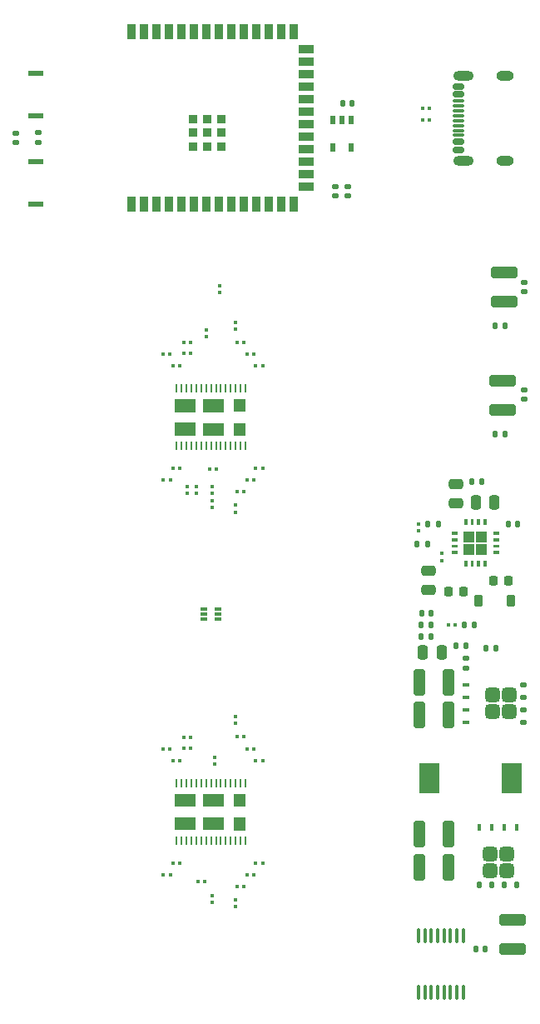
<source format=gbr>
%TF.GenerationSoftware,KiCad,Pcbnew,8.0.4*%
%TF.CreationDate,2024-09-12T18:41:13+02:00*%
%TF.ProjectId,BitForgeNano,42697446-6f72-4676-954e-616e6f2e6b69,rev?*%
%TF.SameCoordinates,Original*%
%TF.FileFunction,Paste,Top*%
%TF.FilePolarity,Positive*%
%FSLAX46Y46*%
G04 Gerber Fmt 4.6, Leading zero omitted, Abs format (unit mm)*
G04 Created by KiCad (PCBNEW 8.0.4) date 2024-09-12 18:41:13*
%MOMM*%
%LPD*%
G01*
G04 APERTURE LIST*
G04 Aperture macros list*
%AMRoundRect*
0 Rectangle with rounded corners*
0 $1 Rounding radius*
0 $2 $3 $4 $5 $6 $7 $8 $9 X,Y pos of 4 corners*
0 Add a 4 corners polygon primitive as box body*
4,1,4,$2,$3,$4,$5,$6,$7,$8,$9,$2,$3,0*
0 Add four circle primitives for the rounded corners*
1,1,$1+$1,$2,$3*
1,1,$1+$1,$4,$5*
1,1,$1+$1,$6,$7*
1,1,$1+$1,$8,$9*
0 Add four rect primitives between the rounded corners*
20,1,$1+$1,$2,$3,$4,$5,0*
20,1,$1+$1,$4,$5,$6,$7,0*
20,1,$1+$1,$6,$7,$8,$9,0*
20,1,$1+$1,$8,$9,$2,$3,0*%
G04 Aperture macros list end*
%ADD10C,0.000000*%
%ADD11C,0.100000*%
%ADD12RoundRect,0.140000X0.170000X-0.140000X0.170000X0.140000X-0.170000X0.140000X-0.170000X-0.140000X0*%
%ADD13RoundRect,0.100000X0.100000X-0.637500X0.100000X0.637500X-0.100000X0.637500X-0.100000X-0.637500X0*%
%ADD14RoundRect,0.079500X-0.079500X-0.100500X0.079500X-0.100500X0.079500X0.100500X-0.079500X0.100500X0*%
%ADD15RoundRect,0.079500X0.079500X0.100500X-0.079500X0.100500X-0.079500X-0.100500X0.079500X-0.100500X0*%
%ADD16RoundRect,0.250000X0.475000X-0.250000X0.475000X0.250000X-0.475000X0.250000X-0.475000X-0.250000X0*%
%ADD17RoundRect,0.250000X-0.250000X-0.475000X0.250000X-0.475000X0.250000X0.475000X-0.250000X0.475000X0*%
%ADD18RoundRect,0.135000X0.135000X0.185000X-0.135000X0.185000X-0.135000X-0.185000X0.135000X-0.185000X0*%
%ADD19RoundRect,0.079500X0.100500X-0.079500X0.100500X0.079500X-0.100500X0.079500X-0.100500X-0.079500X0*%
%ADD20RoundRect,0.150000X0.425000X-0.150000X0.425000X0.150000X-0.425000X0.150000X-0.425000X-0.150000X0*%
%ADD21RoundRect,0.075000X0.500000X-0.075000X0.500000X0.075000X-0.500000X0.075000X-0.500000X-0.075000X0*%
%ADD22O,2.100000X1.000000*%
%ADD23O,1.800000X1.000000*%
%ADD24RoundRect,0.225000X0.225000X0.375000X-0.225000X0.375000X-0.225000X-0.375000X0.225000X-0.375000X0*%
%ADD25RoundRect,0.135000X0.185000X-0.135000X0.185000X0.135000X-0.185000X0.135000X-0.185000X-0.135000X0*%
%ADD26R,1.524000X0.508000*%
%ADD27RoundRect,0.135000X-0.135000X-0.185000X0.135000X-0.185000X0.135000X0.185000X-0.135000X0.185000X0*%
%ADD28RoundRect,0.250000X1.100000X-0.325000X1.100000X0.325000X-1.100000X0.325000X-1.100000X-0.325000X0*%
%ADD29RoundRect,0.250000X0.250000X0.475000X-0.250000X0.475000X-0.250000X-0.475000X0.250000X-0.475000X0*%
%ADD30R,0.558800X0.952500*%
%ADD31RoundRect,0.140000X-0.170000X0.140000X-0.170000X-0.140000X0.170000X-0.140000X0.170000X0.140000X0*%
%ADD32RoundRect,0.250000X-0.325000X-1.100000X0.325000X-1.100000X0.325000X1.100000X-0.325000X1.100000X0*%
%ADD33RoundRect,0.250000X-0.475000X0.250000X-0.475000X-0.250000X0.475000X-0.250000X0.475000X0.250000X0*%
%ADD34RoundRect,0.085000X-0.265000X-0.085000X0.265000X-0.085000X0.265000X0.085000X-0.265000X0.085000X0*%
%ADD35R,0.900000X1.500000*%
%ADD36R,1.500000X0.900000*%
%ADD37R,0.900000X0.900000*%
%ADD38R,2.000000X3.050000*%
%ADD39RoundRect,0.140000X-0.140000X-0.170000X0.140000X-0.170000X0.140000X0.170000X-0.140000X0.170000X0*%
%ADD40RoundRect,0.225000X-0.225000X-0.250000X0.225000X-0.250000X0.225000X0.250000X-0.225000X0.250000X0*%
%ADD41RoundRect,0.250000X-1.100000X0.325000X-1.100000X-0.325000X1.100000X-0.325000X1.100000X0.325000X0*%
%ADD42RoundRect,0.055250X-0.055250X0.340750X-0.055250X-0.340750X0.055250X-0.340750X0.055250X0.340750X0*%
%ADD43RoundRect,0.140000X0.140000X0.170000X-0.140000X0.170000X-0.140000X-0.170000X0.140000X-0.170000X0*%
%ADD44RoundRect,0.375000X-0.375000X-0.375000X0.375000X-0.375000X0.375000X0.375000X-0.375000X0.375000X0*%
%ADD45RoundRect,0.125000X-0.250000X-0.125000X0.250000X-0.125000X0.250000X0.125000X-0.250000X0.125000X0*%
%ADD46RoundRect,0.100000X-0.275000X-0.100000X0.275000X-0.100000X0.275000X0.100000X-0.275000X0.100000X0*%
%ADD47RoundRect,0.375000X-0.375000X0.375000X-0.375000X-0.375000X0.375000X-0.375000X0.375000X0.375000X0*%
%ADD48RoundRect,0.125000X-0.125000X0.250000X-0.125000X-0.250000X0.125000X-0.250000X0.125000X0.250000X0*%
%ADD49RoundRect,0.100000X-0.100000X0.275000X-0.100000X-0.275000X0.100000X-0.275000X0.100000X0.275000X0*%
G04 APERTURE END LIST*
D10*
%TO.C,U1*%
G36*
X92196600Y-98877401D02*
G01*
X91587000Y-98877401D01*
X91587000Y-98572601D01*
X92196600Y-98572601D01*
X92196600Y-98877401D01*
G37*
G36*
X92196600Y-99527399D02*
G01*
X91587000Y-99527399D01*
X91587000Y-99222599D01*
X92196600Y-99222599D01*
X92196600Y-99527399D01*
G37*
G36*
X92196600Y-100177401D02*
G01*
X91587000Y-100177401D01*
X91587000Y-99872601D01*
X92196600Y-99872601D01*
X92196600Y-100177401D01*
G37*
G36*
X92196600Y-100827399D02*
G01*
X91587000Y-100827399D01*
X91587000Y-100522599D01*
X92196600Y-100522599D01*
X92196600Y-100827399D01*
G37*
G36*
X93177401Y-97896600D02*
G01*
X92872601Y-97896600D01*
X92872601Y-97287000D01*
X93177401Y-97287000D01*
X93177401Y-97896600D01*
G37*
G36*
X93177401Y-102113000D02*
G01*
X92872601Y-102113000D01*
X92872601Y-101503400D01*
X93177401Y-101503400D01*
X93177401Y-102113000D01*
G37*
G36*
X93827399Y-97896600D02*
G01*
X93522599Y-97896600D01*
X93522599Y-97287000D01*
X93827399Y-97287000D01*
X93827399Y-97896600D01*
G37*
G36*
X93827399Y-102113000D02*
G01*
X93522599Y-102113000D01*
X93522599Y-101503400D01*
X93827399Y-101503400D01*
X93827399Y-102113000D01*
G37*
G36*
X93900051Y-99600051D02*
G01*
X92807851Y-99600051D01*
X92807851Y-98507851D01*
X93900051Y-98507851D01*
X93900051Y-99600051D01*
G37*
G36*
X93900051Y-100892149D02*
G01*
X92807851Y-100892149D01*
X92807851Y-99799949D01*
X93900051Y-99799949D01*
X93900051Y-100892149D01*
G37*
G36*
X94477401Y-97896600D02*
G01*
X94172601Y-97896600D01*
X94172601Y-97287000D01*
X94477401Y-97287000D01*
X94477401Y-97896600D01*
G37*
G36*
X94477401Y-102113000D02*
G01*
X94172601Y-102113000D01*
X94172601Y-101503400D01*
X94477401Y-101503400D01*
X94477401Y-102113000D01*
G37*
G36*
X95127399Y-97896600D02*
G01*
X94822599Y-97896600D01*
X94822599Y-97287000D01*
X95127399Y-97287000D01*
X95127399Y-97896600D01*
G37*
G36*
X95127399Y-102113000D02*
G01*
X94822599Y-102113000D01*
X94822599Y-101503400D01*
X95127399Y-101503400D01*
X95127399Y-102113000D01*
G37*
G36*
X95192149Y-99600051D02*
G01*
X94099949Y-99600051D01*
X94099949Y-98507851D01*
X95192149Y-98507851D01*
X95192149Y-99600051D01*
G37*
G36*
X95192149Y-100892149D02*
G01*
X94099949Y-100892149D01*
X94099949Y-99799949D01*
X95192149Y-99799949D01*
X95192149Y-100892149D01*
G37*
G36*
X96413000Y-98877401D02*
G01*
X95803400Y-98877401D01*
X95803400Y-98572601D01*
X96413000Y-98572601D01*
X96413000Y-98877401D01*
G37*
G36*
X96413000Y-99527399D02*
G01*
X95803400Y-99527399D01*
X95803400Y-99222599D01*
X96413000Y-99222599D01*
X96413000Y-99527399D01*
G37*
G36*
X96413000Y-100177401D02*
G01*
X95803400Y-100177401D01*
X95803400Y-99872601D01*
X96413000Y-99872601D01*
X96413000Y-100177401D01*
G37*
G36*
X96413000Y-100827399D02*
G01*
X95803400Y-100827399D01*
X95803400Y-100522599D01*
X96413000Y-100522599D01*
X96413000Y-100827399D01*
G37*
%TO.C,U3*%
D11*
X63430000Y-126410000D02*
X65450000Y-126410000D01*
X65450000Y-125210000D01*
X63430000Y-125210000D01*
X63430000Y-126410000D01*
G36*
X63430000Y-126410000D02*
G01*
X65450000Y-126410000D01*
X65450000Y-125210000D01*
X63430000Y-125210000D01*
X63430000Y-126410000D01*
G37*
X63430000Y-128780000D02*
X65450000Y-128780000D01*
X65450000Y-127580000D01*
X63430000Y-127580000D01*
X63430000Y-128780000D01*
G36*
X63430000Y-128780000D02*
G01*
X65450000Y-128780000D01*
X65450000Y-127580000D01*
X63430000Y-127580000D01*
X63430000Y-128780000D01*
G37*
X66275000Y-128800000D02*
X68305000Y-128800000D01*
X68305000Y-127600000D01*
X66275000Y-127600000D01*
X66275000Y-128800000D01*
G36*
X66275000Y-128800000D02*
G01*
X68305000Y-128800000D01*
X68305000Y-127600000D01*
X66275000Y-127600000D01*
X66275000Y-128800000D01*
G37*
X66280000Y-126410000D02*
X68310000Y-126410000D01*
X68310000Y-125210000D01*
X66280000Y-125210000D01*
X66280000Y-126410000D01*
G36*
X66280000Y-126410000D02*
G01*
X68310000Y-126410000D01*
X68310000Y-125210000D01*
X66280000Y-125210000D01*
X66280000Y-126410000D01*
G37*
X69430000Y-126400000D02*
X70550000Y-126400000D01*
X70550000Y-125200000D01*
X69430000Y-125200000D01*
X69430000Y-126400000D01*
G36*
X69430000Y-126400000D02*
G01*
X70550000Y-126400000D01*
X70550000Y-125200000D01*
X69430000Y-125200000D01*
X69430000Y-126400000D01*
G37*
X69440000Y-128810000D02*
X70550000Y-128810000D01*
X70550000Y-127610000D01*
X69440000Y-127610000D01*
X69440000Y-128810000D01*
G36*
X69440000Y-128810000D02*
G01*
X70550000Y-128810000D01*
X70550000Y-127610000D01*
X69440000Y-127610000D01*
X69440000Y-128810000D01*
G37*
%TO.C,U13*%
X63430000Y-86310000D02*
X65450000Y-86310000D01*
X65450000Y-85110000D01*
X63430000Y-85110000D01*
X63430000Y-86310000D01*
G36*
X63430000Y-86310000D02*
G01*
X65450000Y-86310000D01*
X65450000Y-85110000D01*
X63430000Y-85110000D01*
X63430000Y-86310000D01*
G37*
X63430000Y-88680000D02*
X65450000Y-88680000D01*
X65450000Y-87480000D01*
X63430000Y-87480000D01*
X63430000Y-88680000D01*
G36*
X63430000Y-88680000D02*
G01*
X65450000Y-88680000D01*
X65450000Y-87480000D01*
X63430000Y-87480000D01*
X63430000Y-88680000D01*
G37*
X66275000Y-88700000D02*
X68305000Y-88700000D01*
X68305000Y-87500000D01*
X66275000Y-87500000D01*
X66275000Y-88700000D01*
G36*
X66275000Y-88700000D02*
G01*
X68305000Y-88700000D01*
X68305000Y-87500000D01*
X66275000Y-87500000D01*
X66275000Y-88700000D01*
G37*
X66280000Y-86310000D02*
X68310000Y-86310000D01*
X68310000Y-85110000D01*
X66280000Y-85110000D01*
X66280000Y-86310000D01*
G36*
X66280000Y-86310000D02*
G01*
X68310000Y-86310000D01*
X68310000Y-85110000D01*
X66280000Y-85110000D01*
X66280000Y-86310000D01*
G37*
X69430000Y-86300000D02*
X70550000Y-86300000D01*
X70550000Y-85100000D01*
X69430000Y-85100000D01*
X69430000Y-86300000D01*
G36*
X69430000Y-86300000D02*
G01*
X70550000Y-86300000D01*
X70550000Y-85100000D01*
X69430000Y-85100000D01*
X69430000Y-86300000D01*
G37*
X69440000Y-88710000D02*
X70550000Y-88710000D01*
X70550000Y-87510000D01*
X69440000Y-87510000D01*
X69440000Y-88710000D01*
G36*
X69440000Y-88710000D02*
G01*
X70550000Y-88710000D01*
X70550000Y-87510000D01*
X69440000Y-87510000D01*
X69440000Y-88710000D01*
G37*
%TD*%
D12*
%TO.C,C48*%
X81000000Y-63500000D03*
X81000000Y-64460000D03*
%TD*%
D13*
%TO.C,U4*%
X88225000Y-145362500D03*
X88875000Y-145362500D03*
X89525000Y-145362500D03*
X90175000Y-145362500D03*
X90825000Y-145362500D03*
X91475000Y-145362500D03*
X92125000Y-145362500D03*
X92775000Y-145362500D03*
X92775000Y-139637500D03*
X92125000Y-139637500D03*
X91475000Y-139637500D03*
X90825000Y-139637500D03*
X90175000Y-139637500D03*
X89525000Y-139637500D03*
X88875000Y-139637500D03*
X88225000Y-139637500D03*
%TD*%
D14*
%TO.C,R24*%
X64355000Y-79362500D03*
X65045000Y-79362500D03*
%TD*%
D15*
%TO.C,C37*%
X62255000Y-133400000D03*
X62945000Y-133400000D03*
%TD*%
%TO.C,C62*%
X70755000Y-80512500D03*
X71445000Y-80512500D03*
%TD*%
%TO.C,C18*%
X69755000Y-119400000D03*
X70445000Y-119400000D03*
%TD*%
D16*
%TO.C,C6*%
X92020000Y-93750000D03*
X92020000Y-95650000D03*
%TD*%
D17*
%TO.C,C7*%
X95950000Y-95600000D03*
X94050000Y-95600000D03*
%TD*%
D14*
%TO.C,R12*%
X64355000Y-119450000D03*
X65045000Y-119450000D03*
%TD*%
D15*
%TO.C,R13*%
X64355000Y-120550000D03*
X65045000Y-120550000D03*
%TD*%
%TO.C,R38*%
X88655000Y-55500000D03*
X89345000Y-55500000D03*
%TD*%
D18*
%TO.C,R3*%
X89190000Y-97800000D03*
X90210000Y-97800000D03*
%TD*%
D19*
%TO.C,C16*%
X69600000Y-117355000D03*
X69600000Y-118045000D03*
%TD*%
D20*
%TO.C,J5*%
X92255000Y-59725000D03*
X92255000Y-58925000D03*
D21*
X92255000Y-57775000D03*
X92255000Y-56775000D03*
X92255000Y-56275000D03*
X92255000Y-55275000D03*
D20*
X92255000Y-54125000D03*
X92255000Y-53325000D03*
X92255000Y-53325000D03*
X92255000Y-54125000D03*
D21*
X92255000Y-54775000D03*
X92255000Y-55775000D03*
X92255000Y-57275000D03*
X92255000Y-58275000D03*
D20*
X92255000Y-58925000D03*
X92255000Y-59725000D03*
D22*
X92830000Y-60845000D03*
D23*
X97010000Y-60845000D03*
D22*
X92830000Y-52205000D03*
D23*
X97010000Y-52205000D03*
%TD*%
D15*
%TO.C,C27*%
X62235000Y-120600000D03*
X62925000Y-120600000D03*
%TD*%
D24*
%TO.C,D1*%
X97575001Y-105595000D03*
X94275001Y-105595000D03*
%TD*%
D15*
%TO.C,C71*%
X62255000Y-93312500D03*
X62945000Y-93312500D03*
%TD*%
D18*
%TO.C,R8*%
X88490000Y-109200000D03*
X89510000Y-109200000D03*
%TD*%
%TO.C,R7*%
X88490000Y-108000000D03*
X89510000Y-108000000D03*
%TD*%
D25*
%TO.C,R9*%
X93050000Y-111390000D03*
X93050000Y-112410000D03*
%TD*%
D19*
%TO.C,R11*%
X67250000Y-93955000D03*
X67250000Y-94645000D03*
%TD*%
%TO.C,C68*%
X69600000Y-95867500D03*
X69600000Y-96557500D03*
%TD*%
D14*
%TO.C,C36*%
X72345000Y-132200000D03*
X71655000Y-132200000D03*
%TD*%
D15*
%TO.C,C44*%
X63255000Y-132200000D03*
X63945000Y-132200000D03*
%TD*%
D26*
%TO.C,SW2*%
X49250000Y-65250000D03*
X49250000Y-60932000D03*
%TD*%
D27*
%TO.C,R6*%
X93910000Y-108000000D03*
X92890000Y-108000000D03*
%TD*%
D15*
%TO.C,C72*%
X63255000Y-92112500D03*
X63945000Y-92112500D03*
%TD*%
D28*
%TO.C,C1*%
X97750000Y-138000000D03*
X97750000Y-140950000D03*
%TD*%
D14*
%TO.C,C51*%
X70445000Y-134600000D03*
X69755000Y-134600000D03*
%TD*%
D19*
%TO.C,C54*%
X69600000Y-77267500D03*
X69600000Y-77957500D03*
%TD*%
D15*
%TO.C,C70*%
X62235000Y-80512500D03*
X62925000Y-80512500D03*
%TD*%
D25*
%TO.C,R21*%
X49500000Y-57990000D03*
X49500000Y-59010000D03*
%TD*%
D29*
%TO.C,C10*%
X88650000Y-110800000D03*
X90550000Y-110800000D03*
%TD*%
D14*
%TO.C,C38*%
X71445000Y-133400000D03*
X70755000Y-133400000D03*
%TD*%
D18*
%TO.C,R10*%
X92050000Y-110150000D03*
X93070000Y-110150000D03*
%TD*%
D15*
%TO.C,C63*%
X71655000Y-81712500D03*
X72345000Y-81712500D03*
%TD*%
D19*
%TO.C,R2*%
X90600000Y-100775000D03*
X90600000Y-101465000D03*
%TD*%
D15*
%TO.C,R33*%
X64355000Y-80462500D03*
X65045000Y-80462500D03*
%TD*%
D14*
%TO.C,C8*%
X91945000Y-108000000D03*
X91255000Y-108000000D03*
%TD*%
D30*
%TO.C,U10*%
X81379600Y-56744100D03*
X80439800Y-56744100D03*
X79500000Y-56744100D03*
X79500000Y-59500000D03*
X81379600Y-59500000D03*
%TD*%
D12*
%TO.C,C57*%
X79750000Y-63500000D03*
X79750000Y-64460000D03*
%TD*%
D19*
%TO.C,R35*%
X65600000Y-93967500D03*
X65600000Y-94657500D03*
%TD*%
D14*
%TO.C,C67*%
X70445000Y-94512500D03*
X69755000Y-94512500D03*
%TD*%
D31*
%TO.C,C43*%
X99000000Y-74180000D03*
X99000000Y-73220000D03*
%TD*%
D27*
%TO.C,R1*%
X89110000Y-99800000D03*
X88090000Y-99800000D03*
%TD*%
D15*
%TO.C,C19*%
X63235000Y-121800000D03*
X63925000Y-121800000D03*
%TD*%
D32*
%TO.C,C12*%
X91250002Y-129250000D03*
X88300002Y-129250000D03*
%TD*%
D33*
%TO.C,C4*%
X89200000Y-104450000D03*
X89200000Y-102550000D03*
%TD*%
D19*
%TO.C,R23*%
X66600000Y-78067500D03*
X66600000Y-78757500D03*
%TD*%
D34*
%TO.C,U7*%
X66350000Y-106400000D03*
X66350000Y-106900000D03*
X66350000Y-107400000D03*
X67850000Y-107400000D03*
X67850000Y-106900000D03*
X67850000Y-106400000D03*
%TD*%
D35*
%TO.C,U8*%
X58990000Y-65265000D03*
X60260000Y-65265000D03*
X61530000Y-65265000D03*
X62800000Y-65265000D03*
X64070000Y-65265000D03*
X65340000Y-65265000D03*
X66610000Y-65265000D03*
X67880000Y-65265000D03*
X69150000Y-65265000D03*
X70420000Y-65265000D03*
X71690000Y-65265000D03*
X72960000Y-65265000D03*
X74230000Y-65265000D03*
X75500000Y-65265000D03*
D36*
X76750000Y-63500000D03*
X76750000Y-62230000D03*
X76750000Y-60960000D03*
X76750000Y-59690000D03*
X76750000Y-58420000D03*
X76750000Y-57150000D03*
X76750000Y-55880000D03*
X76750000Y-54610000D03*
X76750000Y-53340000D03*
X76750000Y-52070000D03*
X76750000Y-50800000D03*
X76750000Y-49530000D03*
D35*
X75500000Y-47765000D03*
X74230000Y-47765000D03*
X72960000Y-47765000D03*
X71690000Y-47765000D03*
X70420000Y-47765000D03*
X69150000Y-47765000D03*
X67880000Y-47765000D03*
X66610000Y-47765000D03*
X65340000Y-47765000D03*
X64070000Y-47765000D03*
X62800000Y-47765000D03*
X61530000Y-47765000D03*
X60260000Y-47765000D03*
X58990000Y-47765000D03*
D37*
X65310000Y-59415000D03*
X66710000Y-59415000D03*
X68110000Y-59415000D03*
X65310000Y-58015000D03*
X66710000Y-58015000D03*
X68110000Y-58015000D03*
X65310000Y-56615000D03*
X66710000Y-56615000D03*
X68110000Y-56615000D03*
%TD*%
D18*
%TO.C,R18*%
X95990000Y-77600000D03*
X97010000Y-77600000D03*
%TD*%
D19*
%TO.C,R40*%
X67250000Y-135505000D03*
X67250000Y-136195000D03*
%TD*%
D14*
%TO.C,C66*%
X71445000Y-93312500D03*
X70755000Y-93312500D03*
%TD*%
D32*
%TO.C,C85*%
X91275000Y-117200000D03*
X88325000Y-117200000D03*
%TD*%
D19*
%TO.C,R27*%
X88200000Y-97800000D03*
X88200000Y-98490000D03*
%TD*%
%TO.C,C52*%
X69600000Y-135955000D03*
X69600000Y-136645000D03*
%TD*%
D31*
%TO.C,C23*%
X99000000Y-85080000D03*
X99000000Y-84120000D03*
%TD*%
D18*
%TO.C,R20*%
X95980000Y-88600000D03*
X97000000Y-88600000D03*
%TD*%
D27*
%TO.C,R4*%
X94630000Y-93500000D03*
X93610000Y-93500000D03*
%TD*%
D15*
%TO.C,C69*%
X63235000Y-81712500D03*
X63925000Y-81712500D03*
%TD*%
D26*
%TO.C,SW1*%
X49250000Y-56320500D03*
X49250000Y-52002500D03*
%TD*%
D38*
%TO.C,L1*%
X97675000Y-123575000D03*
X89325000Y-123575000D03*
%TD*%
D32*
%TO.C,C13*%
X91225002Y-132625000D03*
X88275002Y-132625000D03*
%TD*%
D39*
%TO.C,C5*%
X98280000Y-97800000D03*
X97320000Y-97800000D03*
%TD*%
D27*
%TO.C,R5*%
X96110000Y-110400000D03*
X95090000Y-110400000D03*
%TD*%
D40*
%TO.C,C3*%
X91225000Y-104600000D03*
X92775000Y-104600000D03*
%TD*%
D19*
%TO.C,R19*%
X64700000Y-93967500D03*
X64700000Y-94657500D03*
%TD*%
D41*
%TO.C,C22*%
X96800000Y-86175000D03*
X96800000Y-83225000D03*
%TD*%
D15*
%TO.C,C28*%
X71655000Y-121800000D03*
X72345000Y-121800000D03*
%TD*%
D14*
%TO.C,R15*%
X67645000Y-92212500D03*
X66955000Y-92212500D03*
%TD*%
D42*
%TO.C,U3*%
X70614000Y-124084000D03*
X70112000Y-124084000D03*
X69610000Y-124084000D03*
X69108000Y-124084000D03*
X68606000Y-124084000D03*
X68104000Y-124084000D03*
X67602000Y-124084000D03*
X67100000Y-124084000D03*
X66598000Y-124084000D03*
X66096000Y-124084000D03*
X65594000Y-124084000D03*
X65092000Y-124084000D03*
X64590000Y-124084000D03*
X64088000Y-124084000D03*
X63586000Y-124084000D03*
X63586000Y-129916000D03*
X64088000Y-129916000D03*
X64590000Y-129916000D03*
X65092000Y-129916000D03*
X65594000Y-129916000D03*
X66096000Y-129916000D03*
X66598000Y-129916000D03*
X67100000Y-129916000D03*
X67602000Y-129916000D03*
X68104000Y-129916000D03*
X68606000Y-129916000D03*
X69108000Y-129916000D03*
X69610000Y-129916000D03*
X70112000Y-129916000D03*
X70614000Y-129916000D03*
%TD*%
D14*
%TO.C,R17*%
X66445000Y-134100000D03*
X65755000Y-134100000D03*
%TD*%
D43*
%TO.C,C14*%
X94020000Y-141000000D03*
X94980000Y-141000000D03*
%TD*%
D15*
%TO.C,C26*%
X70755000Y-120600000D03*
X71445000Y-120600000D03*
%TD*%
D41*
%TO.C,C24*%
X96900000Y-75175000D03*
X96900000Y-72225000D03*
%TD*%
D15*
%TO.C,C55*%
X69755000Y-79312500D03*
X70445000Y-79312500D03*
%TD*%
D43*
%TO.C,C9*%
X88520000Y-106800000D03*
X89480000Y-106800000D03*
%TD*%
D31*
%TO.C,C49*%
X47250000Y-59000500D03*
X47250000Y-58040500D03*
%TD*%
D39*
%TO.C,C56*%
X81480000Y-55000000D03*
X80520000Y-55000000D03*
%TD*%
D40*
%TO.C,C2*%
X95825000Y-103500000D03*
X97375000Y-103500000D03*
%TD*%
D19*
%TO.C,R34*%
X67500000Y-121455000D03*
X67500000Y-122145000D03*
%TD*%
D44*
%TO.C,Q2*%
X95750000Y-115150000D03*
X95750000Y-116850000D03*
X97450000Y-115150000D03*
X97450000Y-116850000D03*
D45*
X98855000Y-114095000D03*
X98855000Y-115365000D03*
X98855000Y-116635000D03*
X98855000Y-117905000D03*
D46*
X93050000Y-114095000D03*
X93050000Y-115365000D03*
X93050000Y-116635000D03*
X93050000Y-117905000D03*
%TD*%
D14*
%TO.C,C65*%
X72345000Y-92112500D03*
X71655000Y-92112500D03*
%TD*%
D19*
%TO.C,R16*%
X67250000Y-95417500D03*
X67250000Y-96107500D03*
%TD*%
D47*
%TO.C,Q1*%
X97185000Y-131295000D03*
X95485000Y-131295000D03*
X97185000Y-132995000D03*
X95485000Y-132995000D03*
D48*
X98240000Y-134400000D03*
X96970000Y-134400000D03*
X95700000Y-134400000D03*
X94430000Y-134400000D03*
D49*
X98240000Y-128595000D03*
X96970000Y-128595000D03*
X95700000Y-128595000D03*
X94430000Y-128595000D03*
%TD*%
D42*
%TO.C,U13*%
X70614000Y-83984000D03*
X70112000Y-83984000D03*
X69610000Y-83984000D03*
X69108000Y-83984000D03*
X68606000Y-83984000D03*
X68104000Y-83984000D03*
X67602000Y-83984000D03*
X67100000Y-83984000D03*
X66598000Y-83984000D03*
X66096000Y-83984000D03*
X65594000Y-83984000D03*
X65092000Y-83984000D03*
X64590000Y-83984000D03*
X64088000Y-83984000D03*
X63586000Y-83984000D03*
X63586000Y-89816000D03*
X64088000Y-89816000D03*
X64590000Y-89816000D03*
X65092000Y-89816000D03*
X65594000Y-89816000D03*
X66096000Y-89816000D03*
X66598000Y-89816000D03*
X67100000Y-89816000D03*
X67602000Y-89816000D03*
X68104000Y-89816000D03*
X68606000Y-89816000D03*
X69108000Y-89816000D03*
X69610000Y-89816000D03*
X70112000Y-89816000D03*
X70614000Y-89816000D03*
%TD*%
D15*
%TO.C,R37*%
X88655000Y-56750000D03*
X89345000Y-56750000D03*
%TD*%
D19*
%TO.C,R43*%
X68000000Y-73555000D03*
X68000000Y-74245000D03*
%TD*%
D32*
%TO.C,C11*%
X91250000Y-113825000D03*
X88300000Y-113825000D03*
%TD*%
M02*

</source>
